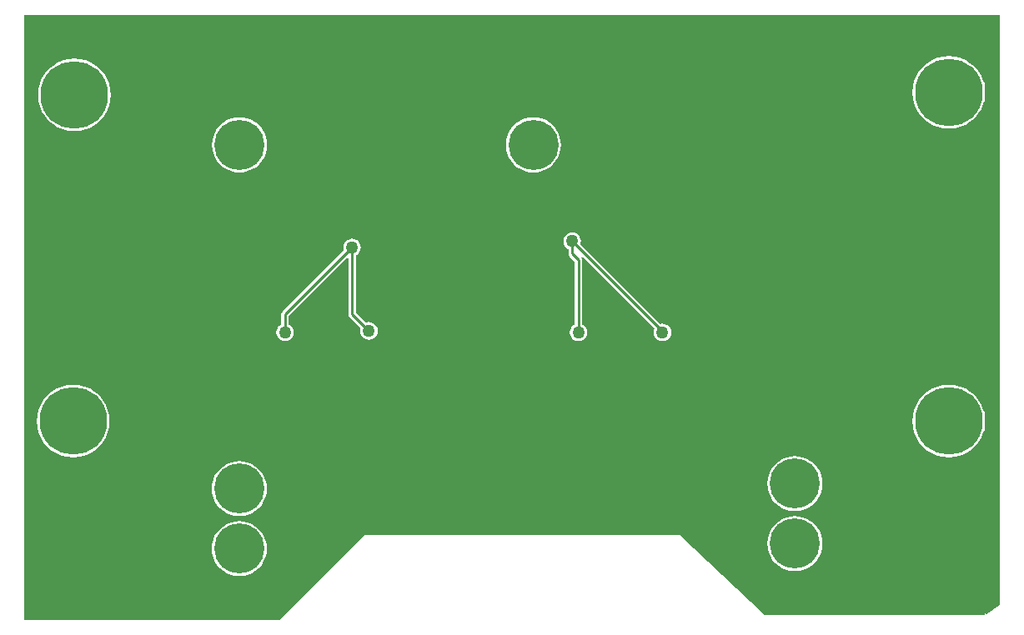
<source format=gbl>
G04*
G04 #@! TF.GenerationSoftware,Altium Limited,Altium Designer,21.6.4 (81)*
G04*
G04 Layer_Physical_Order=2*
G04 Layer_Color=16711680*
%FSLAX25Y25*%
%MOIN*%
G70*
G04*
G04 #@! TF.SameCoordinates,725644BE-5CAA-454B-8F19-4296BE5BC7E9*
G04*
G04*
G04 #@! TF.FilePolarity,Positive*
G04*
G01*
G75*
%ADD12C,0.01000*%
%ADD47C,0.20000*%
%ADD48C,0.05000*%
%ADD49C,0.27000*%
G36*
X384000Y-27142D02*
X383500Y-27201D01*
X383333Y-26505D01*
X382459Y-24397D01*
X381267Y-22451D01*
X379785Y-20715D01*
X378049Y-19233D01*
X376103Y-18041D01*
X373995Y-17167D01*
X371775Y-16634D01*
X369500Y-16455D01*
X367225Y-16634D01*
X365005Y-17167D01*
X362897Y-18041D01*
X360951Y-19233D01*
X359215Y-20715D01*
X357733Y-22451D01*
X356540Y-24397D01*
X355667Y-26505D01*
X355134Y-28725D01*
X354955Y-31000D01*
X355134Y-33275D01*
X355667Y-35495D01*
X356540Y-37603D01*
X357733Y-39549D01*
X359215Y-41285D01*
X360951Y-42767D01*
X362897Y-43960D01*
X365005Y-44833D01*
X367225Y-45366D01*
X369500Y-45545D01*
X371775Y-45366D01*
X373995Y-44833D01*
X376103Y-43960D01*
X378049Y-42767D01*
X379785Y-41285D01*
X381267Y-39549D01*
X382459Y-37603D01*
X383333Y-35495D01*
X383500Y-34799D01*
X384000Y-34858D01*
Y-158642D01*
X383500Y-158701D01*
X383333Y-158005D01*
X382459Y-155897D01*
X381267Y-153951D01*
X379785Y-152215D01*
X378049Y-150733D01*
X376103Y-149540D01*
X373995Y-148667D01*
X371775Y-148134D01*
X369500Y-147955D01*
X367225Y-148134D01*
X365005Y-148667D01*
X362897Y-149540D01*
X360951Y-150733D01*
X359215Y-152215D01*
X357733Y-153951D01*
X356540Y-155897D01*
X355667Y-158005D01*
X355134Y-160225D01*
X354955Y-162500D01*
X355134Y-164775D01*
X355667Y-166995D01*
X356540Y-169103D01*
X357733Y-171049D01*
X359215Y-172785D01*
X360951Y-174267D01*
X362897Y-175460D01*
X365005Y-176333D01*
X367225Y-176866D01*
X369500Y-177045D01*
X371775Y-176866D01*
X373995Y-176333D01*
X376103Y-175460D01*
X378049Y-174267D01*
X379785Y-172785D01*
X381267Y-171049D01*
X382459Y-169103D01*
X383333Y-166995D01*
X383500Y-166299D01*
X384000Y-166358D01*
Y-240000D01*
X296000D01*
X262000Y-208000D01*
X136000Y-208000D01*
X102000Y-242000D01*
X-0Y-242000D01*
X0Y-0D01*
X384000Y0D01*
Y-27142D01*
D02*
G37*
G36*
X390000Y-236000D02*
X384441Y-239706D01*
X384000Y-239470D01*
X384005Y-163002D01*
X384045Y-162500D01*
X384005Y-161999D01*
X384015Y-31386D01*
X384045Y-31000D01*
X384015Y-30615D01*
X384017Y-0D01*
X390000Y0D01*
Y-236000D01*
D02*
G37*
%LPC*%
G36*
X20000Y-17455D02*
X17725Y-17634D01*
X15505Y-18167D01*
X13397Y-19040D01*
X11451Y-20233D01*
X9715Y-21715D01*
X8233Y-23451D01*
X7040Y-25397D01*
X6167Y-27505D01*
X5634Y-29725D01*
X5455Y-32000D01*
X5634Y-34275D01*
X6167Y-36495D01*
X7040Y-38603D01*
X8233Y-40549D01*
X9715Y-42285D01*
X11451Y-43767D01*
X13397Y-44960D01*
X15505Y-45833D01*
X17725Y-46366D01*
X20000Y-46545D01*
X22275Y-46366D01*
X24495Y-45833D01*
X26603Y-44960D01*
X28549Y-43767D01*
X30285Y-42285D01*
X31767Y-40549D01*
X32960Y-38603D01*
X33833Y-36495D01*
X34366Y-34275D01*
X34545Y-32000D01*
X34366Y-29725D01*
X33833Y-27505D01*
X32960Y-25397D01*
X31767Y-23451D01*
X30285Y-21715D01*
X28549Y-20233D01*
X26603Y-19040D01*
X24495Y-18167D01*
X22275Y-17634D01*
X20000Y-17455D01*
D02*
G37*
G36*
X203483Y-40966D02*
X201757Y-41102D01*
X200073Y-41506D01*
X198473Y-42169D01*
X196997Y-43073D01*
X195680Y-44198D01*
X194556Y-45514D01*
X193651Y-46991D01*
X192989Y-48590D01*
X192585Y-50274D01*
X192449Y-52000D01*
X192585Y-53726D01*
X192989Y-55410D01*
X193651Y-57009D01*
X194556Y-58486D01*
X195680Y-59802D01*
X196997Y-60927D01*
X198473Y-61831D01*
X200073Y-62494D01*
X201757Y-62898D01*
X203483Y-63034D01*
X205209Y-62898D01*
X206892Y-62494D01*
X208492Y-61831D01*
X209968Y-60927D01*
X211285Y-59802D01*
X212409Y-58486D01*
X213314Y-57009D01*
X213977Y-55410D01*
X214381Y-53726D01*
X214517Y-52000D01*
X214381Y-50274D01*
X213977Y-48590D01*
X213314Y-46991D01*
X212409Y-45514D01*
X211285Y-44198D01*
X209968Y-43073D01*
X208492Y-42169D01*
X206892Y-41506D01*
X205209Y-41102D01*
X203483Y-40966D01*
D02*
G37*
G36*
X86000D02*
X84274Y-41102D01*
X82590Y-41506D01*
X80991Y-42169D01*
X79514Y-43073D01*
X78198Y-44198D01*
X77073Y-45514D01*
X76169Y-46991D01*
X75506Y-48590D01*
X75102Y-50274D01*
X74966Y-52000D01*
X75102Y-53726D01*
X75506Y-55410D01*
X76169Y-57009D01*
X77073Y-58486D01*
X78198Y-59802D01*
X79514Y-60927D01*
X80991Y-61831D01*
X82590Y-62494D01*
X84274Y-62898D01*
X86000Y-63034D01*
X87726Y-62898D01*
X89410Y-62494D01*
X91009Y-61831D01*
X92486Y-60927D01*
X93802Y-59802D01*
X94927Y-58486D01*
X95831Y-57009D01*
X96494Y-55410D01*
X96898Y-53726D01*
X97034Y-52000D01*
X96898Y-50274D01*
X96494Y-48590D01*
X95831Y-46991D01*
X94927Y-45514D01*
X93802Y-44198D01*
X92486Y-43073D01*
X91009Y-42169D01*
X89410Y-41506D01*
X87726Y-41102D01*
X86000Y-40966D01*
D02*
G37*
G36*
X131000Y-89470D02*
X130086Y-89590D01*
X129235Y-89943D01*
X128504Y-90504D01*
X127943Y-91235D01*
X127590Y-92086D01*
X127470Y-93000D01*
X127590Y-93914D01*
X127688Y-94149D01*
X103119Y-118719D01*
X102787Y-119215D01*
X102671Y-119800D01*
Y-123845D01*
X102435Y-123943D01*
X101704Y-124504D01*
X101143Y-125235D01*
X100790Y-126086D01*
X100670Y-127000D01*
X100790Y-127914D01*
X101143Y-128765D01*
X101704Y-129496D01*
X102435Y-130057D01*
X103286Y-130410D01*
X104200Y-130530D01*
X105114Y-130410D01*
X105965Y-130057D01*
X106696Y-129496D01*
X107257Y-128765D01*
X107610Y-127914D01*
X107730Y-127000D01*
X107610Y-126086D01*
X107257Y-125235D01*
X106696Y-124504D01*
X105965Y-123943D01*
X105729Y-123845D01*
Y-120433D01*
X129009Y-97154D01*
X129471Y-97346D01*
Y-119684D01*
X129587Y-120270D01*
X129919Y-120766D01*
X134404Y-125251D01*
X134306Y-125486D01*
X134186Y-126400D01*
X134306Y-127314D01*
X134659Y-128165D01*
X135220Y-128896D01*
X135951Y-129457D01*
X136802Y-129810D01*
X137716Y-129930D01*
X138629Y-129810D01*
X139481Y-129457D01*
X140212Y-128896D01*
X140773Y-128165D01*
X141126Y-127314D01*
X141246Y-126400D01*
X141126Y-125486D01*
X140773Y-124635D01*
X140212Y-123904D01*
X139481Y-123343D01*
X138629Y-122990D01*
X137716Y-122870D01*
X136802Y-122990D01*
X136566Y-123088D01*
X132529Y-119051D01*
Y-96155D01*
X132765Y-96057D01*
X133496Y-95496D01*
X134057Y-94765D01*
X134410Y-93914D01*
X134530Y-93000D01*
X134410Y-92086D01*
X134057Y-91235D01*
X133496Y-90504D01*
X132765Y-89943D01*
X131914Y-89590D01*
X131000Y-89470D01*
D02*
G37*
G36*
X219000Y-86970D02*
X218086Y-87090D01*
X217235Y-87443D01*
X216504Y-88004D01*
X215943Y-88735D01*
X215590Y-89586D01*
X215470Y-90500D01*
X215590Y-91414D01*
X215943Y-92265D01*
X216504Y-92996D01*
X217235Y-93557D01*
X217471Y-93655D01*
Y-95500D01*
X217587Y-96085D01*
X217919Y-96581D01*
X219971Y-98633D01*
Y-123845D01*
X219735Y-123943D01*
X219004Y-124504D01*
X218443Y-125235D01*
X218090Y-126086D01*
X217970Y-127000D01*
X218090Y-127914D01*
X218443Y-128765D01*
X219004Y-129496D01*
X219735Y-130057D01*
X220586Y-130410D01*
X221500Y-130530D01*
X222414Y-130410D01*
X223265Y-130057D01*
X223996Y-129496D01*
X224557Y-128765D01*
X224910Y-127914D01*
X225030Y-127000D01*
X224910Y-126086D01*
X224557Y-125235D01*
X223996Y-124504D01*
X223265Y-123943D01*
X223029Y-123845D01*
Y-98000D01*
X222913Y-97415D01*
X222648Y-97018D01*
X223036Y-96699D01*
X251855Y-125518D01*
X251620Y-126086D01*
X251500Y-127000D01*
X251620Y-127914D01*
X251973Y-128765D01*
X252534Y-129496D01*
X253265Y-130057D01*
X254116Y-130410D01*
X255030Y-130530D01*
X255944Y-130410D01*
X256795Y-130057D01*
X257526Y-129496D01*
X258087Y-128765D01*
X258440Y-127914D01*
X258560Y-127000D01*
X258440Y-126086D01*
X258087Y-125235D01*
X257526Y-124504D01*
X256795Y-123943D01*
X255944Y-123590D01*
X255030Y-123470D01*
X254237Y-123574D01*
X222312Y-91649D01*
X222410Y-91414D01*
X222530Y-90500D01*
X222410Y-89586D01*
X222057Y-88735D01*
X221496Y-88004D01*
X220765Y-87443D01*
X219914Y-87090D01*
X219000Y-86970D01*
D02*
G37*
G36*
X19508Y-147955D02*
X17233Y-148134D01*
X15014Y-148667D01*
X12905Y-149540D01*
X10959Y-150733D01*
X9223Y-152215D01*
X7741Y-153951D01*
X6549Y-155897D01*
X5675Y-158005D01*
X5142Y-160225D01*
X4963Y-162500D01*
X5142Y-164775D01*
X5675Y-166995D01*
X6549Y-169103D01*
X7741Y-171049D01*
X9223Y-172785D01*
X10959Y-174267D01*
X12905Y-175460D01*
X15014Y-176333D01*
X17233Y-176866D01*
X19508Y-177045D01*
X21783Y-176866D01*
X24003Y-176333D01*
X26111Y-175460D01*
X28057Y-174267D01*
X29793Y-172785D01*
X31275Y-171049D01*
X32468Y-169103D01*
X33341Y-166995D01*
X33874Y-164775D01*
X34053Y-162500D01*
X33874Y-160225D01*
X33341Y-158005D01*
X32468Y-155897D01*
X31275Y-153951D01*
X29793Y-152215D01*
X28057Y-150733D01*
X26111Y-149540D01*
X24003Y-148667D01*
X21783Y-148134D01*
X19508Y-147955D01*
D02*
G37*
G36*
X308000Y-176466D02*
X306274Y-176602D01*
X304590Y-177006D01*
X302991Y-177669D01*
X301514Y-178573D01*
X300198Y-179698D01*
X299073Y-181014D01*
X298169Y-182491D01*
X297506Y-184090D01*
X297102Y-185774D01*
X296966Y-187500D01*
X297102Y-189226D01*
X297506Y-190910D01*
X298169Y-192509D01*
X299073Y-193986D01*
X300198Y-195302D01*
X301514Y-196427D01*
X302991Y-197331D01*
X304590Y-197994D01*
X306274Y-198398D01*
X308000Y-198534D01*
X309726Y-198398D01*
X311410Y-197994D01*
X313009Y-197331D01*
X314486Y-196427D01*
X315802Y-195302D01*
X316927Y-193986D01*
X317831Y-192509D01*
X318494Y-190910D01*
X318898Y-189226D01*
X319034Y-187500D01*
X318898Y-185774D01*
X318494Y-184090D01*
X317831Y-182491D01*
X316927Y-181014D01*
X315802Y-179698D01*
X314486Y-178573D01*
X313009Y-177669D01*
X311410Y-177006D01*
X309726Y-176602D01*
X308000Y-176466D01*
D02*
G37*
G36*
X85909Y-178466D02*
X84183Y-178602D01*
X82499Y-179006D01*
X80900Y-179669D01*
X79423Y-180573D01*
X78107Y-181698D01*
X76982Y-183014D01*
X76078Y-184491D01*
X75415Y-186090D01*
X75011Y-187774D01*
X74875Y-189500D01*
X75011Y-191226D01*
X75415Y-192910D01*
X76078Y-194509D01*
X76982Y-195986D01*
X78107Y-197302D01*
X79423Y-198427D01*
X80900Y-199331D01*
X82499Y-199994D01*
X84183Y-200398D01*
X85909Y-200534D01*
X87635Y-200398D01*
X89319Y-199994D01*
X90918Y-199331D01*
X92395Y-198427D01*
X93711Y-197302D01*
X94836Y-195986D01*
X95740Y-194509D01*
X96403Y-192910D01*
X96807Y-191226D01*
X96943Y-189500D01*
X96807Y-187774D01*
X96403Y-186090D01*
X95740Y-184491D01*
X94836Y-183014D01*
X93711Y-181698D01*
X92395Y-180573D01*
X90918Y-179669D01*
X89319Y-179006D01*
X87635Y-178602D01*
X85909Y-178466D01*
D02*
G37*
G36*
X308000Y-200466D02*
X306274Y-200602D01*
X304590Y-201006D01*
X302991Y-201669D01*
X301514Y-202573D01*
X300198Y-203698D01*
X299073Y-205014D01*
X298169Y-206491D01*
X297506Y-208090D01*
X297102Y-209774D01*
X296966Y-211500D01*
X297102Y-213226D01*
X297506Y-214910D01*
X298169Y-216509D01*
X299073Y-217986D01*
X300198Y-219302D01*
X301514Y-220427D01*
X302991Y-221331D01*
X304590Y-221994D01*
X306274Y-222398D01*
X308000Y-222534D01*
X309726Y-222398D01*
X311410Y-221994D01*
X313009Y-221331D01*
X314486Y-220427D01*
X315802Y-219302D01*
X316927Y-217986D01*
X317831Y-216509D01*
X318494Y-214910D01*
X318898Y-213226D01*
X319034Y-211500D01*
X318898Y-209774D01*
X318494Y-208090D01*
X317831Y-206491D01*
X316927Y-205014D01*
X315802Y-203698D01*
X314486Y-202573D01*
X313009Y-201669D01*
X311410Y-201006D01*
X309726Y-200602D01*
X308000Y-200466D01*
D02*
G37*
G36*
X85909Y-202466D02*
X84183Y-202602D01*
X82499Y-203006D01*
X80900Y-203669D01*
X79423Y-204573D01*
X78107Y-205698D01*
X76982Y-207014D01*
X76078Y-208491D01*
X75415Y-210090D01*
X75011Y-211774D01*
X74875Y-213500D01*
X75011Y-215226D01*
X75415Y-216910D01*
X76078Y-218509D01*
X76982Y-219986D01*
X78107Y-221302D01*
X79423Y-222427D01*
X80900Y-223331D01*
X82499Y-223994D01*
X84183Y-224398D01*
X85909Y-224534D01*
X87635Y-224398D01*
X89319Y-223994D01*
X90918Y-223331D01*
X92395Y-222427D01*
X93711Y-221302D01*
X94836Y-219986D01*
X95740Y-218509D01*
X96403Y-216910D01*
X96807Y-215226D01*
X96943Y-213500D01*
X96807Y-211774D01*
X96403Y-210090D01*
X95740Y-208491D01*
X94836Y-207014D01*
X93711Y-205698D01*
X92395Y-204573D01*
X90918Y-203669D01*
X89319Y-203006D01*
X87635Y-202602D01*
X85909Y-202466D01*
D02*
G37*
%LPD*%
D12*
X131000Y-119684D02*
Y-93000D01*
Y-119684D02*
X137716Y-126400D01*
X104200Y-127000D02*
Y-119800D01*
X131000Y-93000D01*
X221500Y-127000D02*
Y-98000D01*
X219000Y-95500D02*
Y-90500D01*
X255030Y-126530D01*
X219000Y-95500D02*
X221500Y-98000D01*
X255030Y-127000D02*
Y-126530D01*
D47*
X170000Y-52000D02*
D03*
X203483D02*
D03*
X337500Y-186750D02*
D03*
X337200Y-210500D02*
D03*
X308000Y-211500D02*
D03*
Y-187500D02*
D03*
X85909Y-189500D02*
D03*
X86000Y-52000D02*
D03*
X52500Y-213500D02*
D03*
Y-189500D02*
D03*
X52000Y-52000D02*
D03*
X85909Y-213500D02*
D03*
D48*
X131000Y-93000D02*
D03*
X221500Y-127000D02*
D03*
X219000Y-90500D02*
D03*
X255030Y-127000D02*
D03*
X104200D02*
D03*
X137716Y-126400D02*
D03*
D49*
X19508Y-162500D02*
D03*
X369500Y-31000D02*
D03*
X20000Y-32000D02*
D03*
X369500Y-162500D02*
D03*
M02*

</source>
